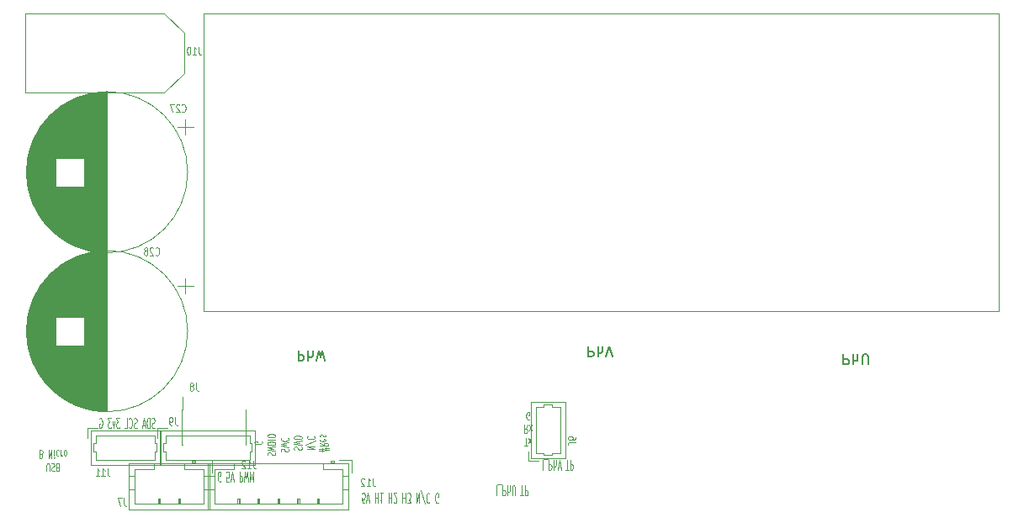
<source format=gbr>
G04 #@! TF.GenerationSoftware,KiCad,Pcbnew,(5.1.2)-2*
G04 #@! TF.CreationDate,2020-09-08T19:50:00+01:00*
G04 #@! TF.ProjectId,INV_Board,494e565f-426f-4617-9264-2e6b69636164,rev?*
G04 #@! TF.SameCoordinates,Original*
G04 #@! TF.FileFunction,Legend,Bot*
G04 #@! TF.FilePolarity,Positive*
%FSLAX46Y46*%
G04 Gerber Fmt 4.6, Leading zero omitted, Abs format (unit mm)*
G04 Created by KiCad (PCBNEW (5.1.2)-2) date 2020-09-08 19:50:00*
%MOMM*%
%LPD*%
G04 APERTURE LIST*
%ADD10C,0.125000*%
%ADD11C,0.150000*%
%ADD12C,0.120000*%
G04 APERTURE END LIST*
D10*
X42169047Y-74100595D02*
X42169047Y-73452976D01*
X42192857Y-73376785D01*
X42216666Y-73338690D01*
X42264285Y-73300595D01*
X42359523Y-73300595D01*
X42407142Y-73338690D01*
X42430952Y-73376785D01*
X42454761Y-73452976D01*
X42454761Y-74100595D01*
X42669047Y-73338690D02*
X42740476Y-73300595D01*
X42859523Y-73300595D01*
X42907142Y-73338690D01*
X42930952Y-73376785D01*
X42954761Y-73452976D01*
X42954761Y-73529166D01*
X42930952Y-73605357D01*
X42907142Y-73643452D01*
X42859523Y-73681547D01*
X42764285Y-73719642D01*
X42716666Y-73757738D01*
X42692857Y-73795833D01*
X42669047Y-73872023D01*
X42669047Y-73948214D01*
X42692857Y-74024404D01*
X42716666Y-74062500D01*
X42764285Y-74100595D01*
X42883333Y-74100595D01*
X42954761Y-74062500D01*
X43335714Y-73719642D02*
X43407142Y-73681547D01*
X43430952Y-73643452D01*
X43454761Y-73567261D01*
X43454761Y-73452976D01*
X43430952Y-73376785D01*
X43407142Y-73338690D01*
X43359523Y-73300595D01*
X43169047Y-73300595D01*
X43169047Y-74100595D01*
X43335714Y-74100595D01*
X43383333Y-74062500D01*
X43407142Y-74024404D01*
X43430952Y-73948214D01*
X43430952Y-73872023D01*
X43407142Y-73795833D01*
X43383333Y-73757738D01*
X43335714Y-73719642D01*
X43169047Y-73719642D01*
X41645238Y-72394642D02*
X41716666Y-72356547D01*
X41740476Y-72318452D01*
X41764285Y-72242261D01*
X41764285Y-72127976D01*
X41740476Y-72051785D01*
X41716666Y-72013690D01*
X41669047Y-71975595D01*
X41478571Y-71975595D01*
X41478571Y-72775595D01*
X41645238Y-72775595D01*
X41692857Y-72737500D01*
X41716666Y-72699404D01*
X41740476Y-72623214D01*
X41740476Y-72547023D01*
X41716666Y-72470833D01*
X41692857Y-72432738D01*
X41645238Y-72394642D01*
X41478571Y-72394642D01*
X42359523Y-71975595D02*
X42359523Y-72775595D01*
X42526190Y-72204166D01*
X42692857Y-72775595D01*
X42692857Y-71975595D01*
X42930952Y-71975595D02*
X42930952Y-72508928D01*
X42930952Y-72775595D02*
X42907142Y-72737500D01*
X42930952Y-72699404D01*
X42954761Y-72737500D01*
X42930952Y-72775595D01*
X42930952Y-72699404D01*
X43383333Y-72013690D02*
X43335714Y-71975595D01*
X43240476Y-71975595D01*
X43192857Y-72013690D01*
X43169047Y-72051785D01*
X43145238Y-72127976D01*
X43145238Y-72356547D01*
X43169047Y-72432738D01*
X43192857Y-72470833D01*
X43240476Y-72508928D01*
X43335714Y-72508928D01*
X43383333Y-72470833D01*
X43597619Y-71975595D02*
X43597619Y-72508928D01*
X43597619Y-72356547D02*
X43621428Y-72432738D01*
X43645238Y-72470833D01*
X43692857Y-72508928D01*
X43740476Y-72508928D01*
X43978571Y-71975595D02*
X43930952Y-72013690D01*
X43907142Y-72051785D01*
X43883333Y-72127976D01*
X43883333Y-72356547D01*
X43907142Y-72432738D01*
X43930952Y-72470833D01*
X43978571Y-72508928D01*
X44050000Y-72508928D01*
X44097619Y-72470833D01*
X44121428Y-72432738D01*
X44145238Y-72356547D01*
X44145238Y-72127976D01*
X44121428Y-72051785D01*
X44097619Y-72013690D01*
X44050000Y-71975595D01*
X43978571Y-71975595D01*
D11*
X67514285Y-61947619D02*
X67514285Y-62947619D01*
X67895238Y-62947619D01*
X67990476Y-62900000D01*
X68038095Y-62852380D01*
X68085714Y-62757142D01*
X68085714Y-62614285D01*
X68038095Y-62519047D01*
X67990476Y-62471428D01*
X67895238Y-62423809D01*
X67514285Y-62423809D01*
X68514285Y-61947619D02*
X68514285Y-62947619D01*
X68942857Y-61947619D02*
X68942857Y-62471428D01*
X68895238Y-62566666D01*
X68800000Y-62614285D01*
X68657142Y-62614285D01*
X68561904Y-62566666D01*
X68514285Y-62519047D01*
X69323809Y-62947619D02*
X69561904Y-61947619D01*
X69752380Y-62661904D01*
X69942857Y-61947619D01*
X70180952Y-62947619D01*
X96657142Y-61547619D02*
X96657142Y-62547619D01*
X97038095Y-62547619D01*
X97133333Y-62500000D01*
X97180952Y-62452380D01*
X97228571Y-62357142D01*
X97228571Y-62214285D01*
X97180952Y-62119047D01*
X97133333Y-62071428D01*
X97038095Y-62023809D01*
X96657142Y-62023809D01*
X97657142Y-61547619D02*
X97657142Y-62547619D01*
X98085714Y-61547619D02*
X98085714Y-62071428D01*
X98038095Y-62166666D01*
X97942857Y-62214285D01*
X97800000Y-62214285D01*
X97704761Y-62166666D01*
X97657142Y-62119047D01*
X98419047Y-62547619D02*
X98752380Y-61547619D01*
X99085714Y-62547619D01*
X122361904Y-62347619D02*
X122361904Y-63347619D01*
X122742857Y-63347619D01*
X122838095Y-63300000D01*
X122885714Y-63252380D01*
X122933333Y-63157142D01*
X122933333Y-63014285D01*
X122885714Y-62919047D01*
X122838095Y-62871428D01*
X122742857Y-62823809D01*
X122361904Y-62823809D01*
X123361904Y-62347619D02*
X123361904Y-63347619D01*
X123790476Y-62347619D02*
X123790476Y-62871428D01*
X123742857Y-62966666D01*
X123647619Y-63014285D01*
X123504761Y-63014285D01*
X123409523Y-62966666D01*
X123361904Y-62919047D01*
X124266666Y-63347619D02*
X124266666Y-62538095D01*
X124314285Y-62442857D01*
X124361904Y-62395238D01*
X124457142Y-62347619D01*
X124647619Y-62347619D01*
X124742857Y-62395238D01*
X124790476Y-62442857D01*
X124838095Y-62538095D01*
X124838095Y-63347619D01*
D10*
X87440476Y-75547619D02*
X87440476Y-76547619D01*
X87559523Y-75452380D02*
X87940476Y-75452380D01*
X88059523Y-75547619D02*
X88059523Y-76547619D01*
X88250000Y-76547619D01*
X88297619Y-76500000D01*
X88321428Y-76452380D01*
X88345238Y-76357142D01*
X88345238Y-76214285D01*
X88321428Y-76119047D01*
X88297619Y-76071428D01*
X88250000Y-76023809D01*
X88059523Y-76023809D01*
X88559523Y-75547619D02*
X88559523Y-76547619D01*
X88773809Y-75547619D02*
X88773809Y-76071428D01*
X88750000Y-76166666D01*
X88702380Y-76214285D01*
X88630952Y-76214285D01*
X88583333Y-76166666D01*
X88559523Y-76119047D01*
X89011904Y-76547619D02*
X89011904Y-75738095D01*
X89035714Y-75642857D01*
X89059523Y-75595238D01*
X89107142Y-75547619D01*
X89202380Y-75547619D01*
X89250000Y-75595238D01*
X89273809Y-75642857D01*
X89297619Y-75738095D01*
X89297619Y-76547619D01*
X89845238Y-76547619D02*
X90130952Y-76547619D01*
X89988095Y-75547619D02*
X89988095Y-76547619D01*
X90297619Y-75547619D02*
X90297619Y-76547619D01*
X90488095Y-76547619D01*
X90535714Y-76500000D01*
X90559523Y-76452380D01*
X90583333Y-76357142D01*
X90583333Y-76214285D01*
X90559523Y-76119047D01*
X90535714Y-76071428D01*
X90488095Y-76023809D01*
X90297619Y-76023809D01*
X92088095Y-72947619D02*
X92088095Y-73947619D01*
X92207142Y-72852380D02*
X92588095Y-72852380D01*
X92707142Y-72947619D02*
X92707142Y-73947619D01*
X92897619Y-73947619D01*
X92945238Y-73900000D01*
X92969047Y-73852380D01*
X92992857Y-73757142D01*
X92992857Y-73614285D01*
X92969047Y-73519047D01*
X92945238Y-73471428D01*
X92897619Y-73423809D01*
X92707142Y-73423809D01*
X93207142Y-72947619D02*
X93207142Y-73947619D01*
X93421428Y-72947619D02*
X93421428Y-73471428D01*
X93397619Y-73566666D01*
X93350000Y-73614285D01*
X93278571Y-73614285D01*
X93230952Y-73566666D01*
X93207142Y-73519047D01*
X93588095Y-73947619D02*
X93754761Y-72947619D01*
X93921428Y-73947619D01*
X94397619Y-73947619D02*
X94683333Y-73947619D01*
X94540476Y-72947619D02*
X94540476Y-73947619D01*
X94850000Y-72947619D02*
X94850000Y-73947619D01*
X95040476Y-73947619D01*
X95088095Y-73900000D01*
X95111904Y-73852380D01*
X95135714Y-73757142D01*
X95135714Y-73614285D01*
X95111904Y-73519047D01*
X95088095Y-73471428D01*
X95040476Y-73423809D01*
X94850000Y-73423809D01*
X90254761Y-71563095D02*
X90540476Y-71563095D01*
X90397619Y-70763095D02*
X90397619Y-71563095D01*
X90659523Y-70763095D02*
X90921428Y-71296428D01*
X90659523Y-71296428D02*
X90921428Y-70763095D01*
X90552380Y-69438095D02*
X90385714Y-69819047D01*
X90266666Y-69438095D02*
X90266666Y-70238095D01*
X90457142Y-70238095D01*
X90504761Y-70200000D01*
X90528571Y-70161904D01*
X90552380Y-70085714D01*
X90552380Y-69971428D01*
X90528571Y-69895238D01*
X90504761Y-69857142D01*
X90457142Y-69819047D01*
X90266666Y-69819047D01*
X90719047Y-69438095D02*
X90980952Y-69971428D01*
X90719047Y-69971428D02*
X90980952Y-69438095D01*
X90730952Y-68875000D02*
X90683333Y-68913095D01*
X90611904Y-68913095D01*
X90540476Y-68875000D01*
X90492857Y-68798809D01*
X90469047Y-68722619D01*
X90445238Y-68570238D01*
X90445238Y-68455952D01*
X90469047Y-68303571D01*
X90492857Y-68227380D01*
X90540476Y-68151190D01*
X90611904Y-68113095D01*
X90659523Y-68113095D01*
X90730952Y-68151190D01*
X90754761Y-68189285D01*
X90754761Y-68455952D01*
X90659523Y-68455952D01*
X70233928Y-72071428D02*
X70233928Y-71714285D01*
X70576785Y-71928571D02*
X69548214Y-72071428D01*
X69891071Y-71761904D02*
X69891071Y-72119047D01*
X69548214Y-71904761D02*
X70576785Y-71761904D01*
X69700595Y-71261904D02*
X70081547Y-71428571D01*
X69700595Y-71547619D02*
X70500595Y-71547619D01*
X70500595Y-71357142D01*
X70462500Y-71309523D01*
X70424404Y-71285714D01*
X70348214Y-71261904D01*
X70233928Y-71261904D01*
X70157738Y-71285714D01*
X70119642Y-71309523D01*
X70081547Y-71357142D01*
X70081547Y-71547619D01*
X69738690Y-70857142D02*
X69700595Y-70904761D01*
X69700595Y-71000000D01*
X69738690Y-71047619D01*
X69814880Y-71071428D01*
X70119642Y-71071428D01*
X70195833Y-71047619D01*
X70233928Y-71000000D01*
X70233928Y-70904761D01*
X70195833Y-70857142D01*
X70119642Y-70833333D01*
X70043452Y-70833333D01*
X69967261Y-71071428D01*
X69738690Y-70642857D02*
X69700595Y-70595238D01*
X69700595Y-70500000D01*
X69738690Y-70452380D01*
X69814880Y-70428571D01*
X69852976Y-70428571D01*
X69929166Y-70452380D01*
X69967261Y-70500000D01*
X69967261Y-70571428D01*
X70005357Y-70619047D01*
X70081547Y-70642857D01*
X70119642Y-70642857D01*
X70195833Y-70619047D01*
X70233928Y-70571428D01*
X70233928Y-70500000D01*
X70195833Y-70452380D01*
X68375595Y-71904761D02*
X69175595Y-71904761D01*
X68375595Y-71619047D01*
X69175595Y-71619047D01*
X69213690Y-71023809D02*
X68185119Y-71452380D01*
X68451785Y-70571428D02*
X68413690Y-70595238D01*
X68375595Y-70666666D01*
X68375595Y-70714285D01*
X68413690Y-70785714D01*
X68489880Y-70833333D01*
X68566071Y-70857142D01*
X68718452Y-70880952D01*
X68832738Y-70880952D01*
X68985119Y-70857142D01*
X69061309Y-70833333D01*
X69137500Y-70785714D01*
X69175595Y-70714285D01*
X69175595Y-70666666D01*
X69137500Y-70595238D01*
X69099404Y-70571428D01*
X67088690Y-71940476D02*
X67050595Y-71869047D01*
X67050595Y-71750000D01*
X67088690Y-71702380D01*
X67126785Y-71678571D01*
X67202976Y-71654761D01*
X67279166Y-71654761D01*
X67355357Y-71678571D01*
X67393452Y-71702380D01*
X67431547Y-71750000D01*
X67469642Y-71845238D01*
X67507738Y-71892857D01*
X67545833Y-71916666D01*
X67622023Y-71940476D01*
X67698214Y-71940476D01*
X67774404Y-71916666D01*
X67812500Y-71892857D01*
X67850595Y-71845238D01*
X67850595Y-71726190D01*
X67812500Y-71654761D01*
X67850595Y-71488095D02*
X67050595Y-71369047D01*
X67622023Y-71273809D01*
X67050595Y-71178571D01*
X67850595Y-71059523D01*
X67850595Y-70773809D02*
X67850595Y-70678571D01*
X67812500Y-70630952D01*
X67736309Y-70583333D01*
X67583928Y-70559523D01*
X67317261Y-70559523D01*
X67164880Y-70583333D01*
X67088690Y-70630952D01*
X67050595Y-70678571D01*
X67050595Y-70773809D01*
X67088690Y-70821428D01*
X67164880Y-70869047D01*
X67317261Y-70892857D01*
X67583928Y-70892857D01*
X67736309Y-70869047D01*
X67812500Y-70821428D01*
X67850595Y-70773809D01*
X65763690Y-72119047D02*
X65725595Y-72047619D01*
X65725595Y-71928571D01*
X65763690Y-71880952D01*
X65801785Y-71857142D01*
X65877976Y-71833333D01*
X65954166Y-71833333D01*
X66030357Y-71857142D01*
X66068452Y-71880952D01*
X66106547Y-71928571D01*
X66144642Y-72023809D01*
X66182738Y-72071428D01*
X66220833Y-72095238D01*
X66297023Y-72119047D01*
X66373214Y-72119047D01*
X66449404Y-72095238D01*
X66487500Y-72071428D01*
X66525595Y-72023809D01*
X66525595Y-71904761D01*
X66487500Y-71833333D01*
X66525595Y-71666666D02*
X65725595Y-71547619D01*
X66297023Y-71452380D01*
X65725595Y-71357142D01*
X66525595Y-71238095D01*
X65801785Y-70761904D02*
X65763690Y-70785714D01*
X65725595Y-70857142D01*
X65725595Y-70904761D01*
X65763690Y-70976190D01*
X65839880Y-71023809D01*
X65916071Y-71047619D01*
X66068452Y-71071428D01*
X66182738Y-71071428D01*
X66335119Y-71047619D01*
X66411309Y-71023809D01*
X66487500Y-70976190D01*
X66525595Y-70904761D01*
X66525595Y-70857142D01*
X66487500Y-70785714D01*
X66449404Y-70761904D01*
X64438690Y-72500000D02*
X64400595Y-72428571D01*
X64400595Y-72309523D01*
X64438690Y-72261904D01*
X64476785Y-72238095D01*
X64552976Y-72214285D01*
X64629166Y-72214285D01*
X64705357Y-72238095D01*
X64743452Y-72261904D01*
X64781547Y-72309523D01*
X64819642Y-72404761D01*
X64857738Y-72452380D01*
X64895833Y-72476190D01*
X64972023Y-72500000D01*
X65048214Y-72500000D01*
X65124404Y-72476190D01*
X65162500Y-72452380D01*
X65200595Y-72404761D01*
X65200595Y-72285714D01*
X65162500Y-72214285D01*
X65200595Y-72047619D02*
X64400595Y-71928571D01*
X64972023Y-71833333D01*
X64400595Y-71738095D01*
X65200595Y-71619047D01*
X64400595Y-71428571D02*
X65200595Y-71428571D01*
X65200595Y-71309523D01*
X65162500Y-71238095D01*
X65086309Y-71190476D01*
X65010119Y-71166666D01*
X64857738Y-71142857D01*
X64743452Y-71142857D01*
X64591071Y-71166666D01*
X64514880Y-71190476D01*
X64438690Y-71238095D01*
X64400595Y-71309523D01*
X64400595Y-71428571D01*
X64400595Y-70928571D02*
X65200595Y-70928571D01*
X65200595Y-70595238D02*
X65200595Y-70500000D01*
X65162500Y-70452380D01*
X65086309Y-70404761D01*
X64933928Y-70380952D01*
X64667261Y-70380952D01*
X64514880Y-70404761D01*
X64438690Y-70452380D01*
X64400595Y-70500000D01*
X64400595Y-70595238D01*
X64438690Y-70642857D01*
X64514880Y-70690476D01*
X64667261Y-70714285D01*
X64933928Y-70714285D01*
X65086309Y-70690476D01*
X65162500Y-70642857D01*
X65200595Y-70595238D01*
X63837500Y-71119047D02*
X63875595Y-71166666D01*
X63875595Y-71238095D01*
X63837500Y-71309523D01*
X63761309Y-71357142D01*
X63685119Y-71380952D01*
X63532738Y-71404761D01*
X63418452Y-71404761D01*
X63266071Y-71380952D01*
X63189880Y-71357142D01*
X63113690Y-71309523D01*
X63075595Y-71238095D01*
X63075595Y-71190476D01*
X63113690Y-71119047D01*
X63151785Y-71095238D01*
X63418452Y-71095238D01*
X63418452Y-71190476D01*
X53035714Y-69717261D02*
X52964285Y-69764880D01*
X52845238Y-69764880D01*
X52797619Y-69717261D01*
X52773809Y-69669642D01*
X52750000Y-69574404D01*
X52750000Y-69479166D01*
X52773809Y-69383928D01*
X52797619Y-69336309D01*
X52845238Y-69288690D01*
X52940476Y-69241071D01*
X52988095Y-69193452D01*
X53011904Y-69145833D01*
X53035714Y-69050595D01*
X53035714Y-68955357D01*
X53011904Y-68860119D01*
X52988095Y-68812500D01*
X52940476Y-68764880D01*
X52821428Y-68764880D01*
X52750000Y-68812500D01*
X52535714Y-69764880D02*
X52535714Y-68764880D01*
X52416666Y-68764880D01*
X52345238Y-68812500D01*
X52297619Y-68907738D01*
X52273809Y-69002976D01*
X52250000Y-69193452D01*
X52250000Y-69336309D01*
X52273809Y-69526785D01*
X52297619Y-69622023D01*
X52345238Y-69717261D01*
X52416666Y-69764880D01*
X52535714Y-69764880D01*
X52059523Y-69479166D02*
X51821428Y-69479166D01*
X52107142Y-69764880D02*
X51940476Y-68764880D01*
X51773809Y-69764880D01*
X51250000Y-69717261D02*
X51178571Y-69764880D01*
X51059523Y-69764880D01*
X51011904Y-69717261D01*
X50988095Y-69669642D01*
X50964285Y-69574404D01*
X50964285Y-69479166D01*
X50988095Y-69383928D01*
X51011904Y-69336309D01*
X51059523Y-69288690D01*
X51154761Y-69241071D01*
X51202380Y-69193452D01*
X51226190Y-69145833D01*
X51250000Y-69050595D01*
X51250000Y-68955357D01*
X51226190Y-68860119D01*
X51202380Y-68812500D01*
X51154761Y-68764880D01*
X51035714Y-68764880D01*
X50964285Y-68812500D01*
X50464285Y-69669642D02*
X50488095Y-69717261D01*
X50559523Y-69764880D01*
X50607142Y-69764880D01*
X50678571Y-69717261D01*
X50726190Y-69622023D01*
X50750000Y-69526785D01*
X50773809Y-69336309D01*
X50773809Y-69193452D01*
X50750000Y-69002976D01*
X50726190Y-68907738D01*
X50678571Y-68812500D01*
X50607142Y-68764880D01*
X50559523Y-68764880D01*
X50488095Y-68812500D01*
X50464285Y-68860119D01*
X50011904Y-69764880D02*
X50250000Y-69764880D01*
X50250000Y-68764880D01*
X49511904Y-68764880D02*
X49202380Y-68764880D01*
X49369047Y-69145833D01*
X49297619Y-69145833D01*
X49250000Y-69193452D01*
X49226190Y-69241071D01*
X49202380Y-69336309D01*
X49202380Y-69574404D01*
X49226190Y-69669642D01*
X49250000Y-69717261D01*
X49297619Y-69764880D01*
X49440476Y-69764880D01*
X49488095Y-69717261D01*
X49511904Y-69669642D01*
X49035714Y-69098214D02*
X48916666Y-69764880D01*
X48797619Y-69098214D01*
X48654761Y-68764880D02*
X48345238Y-68764880D01*
X48511904Y-69145833D01*
X48440476Y-69145833D01*
X48392857Y-69193452D01*
X48369047Y-69241071D01*
X48345238Y-69336309D01*
X48345238Y-69574404D01*
X48369047Y-69669642D01*
X48392857Y-69717261D01*
X48440476Y-69764880D01*
X48583333Y-69764880D01*
X48630952Y-69717261D01*
X48654761Y-69669642D01*
X47488095Y-68812500D02*
X47535714Y-68764880D01*
X47607142Y-68764880D01*
X47678571Y-68812500D01*
X47726190Y-68907738D01*
X47750000Y-69002976D01*
X47773809Y-69193452D01*
X47773809Y-69336309D01*
X47750000Y-69526785D01*
X47726190Y-69622023D01*
X47678571Y-69717261D01*
X47607142Y-69764880D01*
X47559523Y-69764880D01*
X47488095Y-69717261D01*
X47464285Y-69669642D01*
X47464285Y-69336309D01*
X47559523Y-69336309D01*
X59676190Y-75100000D02*
X59628571Y-75147619D01*
X59557142Y-75147619D01*
X59485714Y-75100000D01*
X59438095Y-75004761D01*
X59414285Y-74909523D01*
X59390476Y-74719047D01*
X59390476Y-74576190D01*
X59414285Y-74385714D01*
X59438095Y-74290476D01*
X59485714Y-74195238D01*
X59557142Y-74147619D01*
X59604761Y-74147619D01*
X59676190Y-74195238D01*
X59700000Y-74242857D01*
X59700000Y-74576190D01*
X59604761Y-74576190D01*
X60533333Y-75147619D02*
X60295238Y-75147619D01*
X60271428Y-74671428D01*
X60295238Y-74719047D01*
X60342857Y-74766666D01*
X60461904Y-74766666D01*
X60509523Y-74719047D01*
X60533333Y-74671428D01*
X60557142Y-74576190D01*
X60557142Y-74338095D01*
X60533333Y-74242857D01*
X60509523Y-74195238D01*
X60461904Y-74147619D01*
X60342857Y-74147619D01*
X60295238Y-74195238D01*
X60271428Y-74242857D01*
X60700000Y-75147619D02*
X60866666Y-74147619D01*
X61033333Y-75147619D01*
X61580952Y-74147619D02*
X61580952Y-75147619D01*
X61771428Y-75147619D01*
X61819047Y-75100000D01*
X61842857Y-75052380D01*
X61866666Y-74957142D01*
X61866666Y-74814285D01*
X61842857Y-74719047D01*
X61819047Y-74671428D01*
X61771428Y-74623809D01*
X61580952Y-74623809D01*
X62033333Y-75147619D02*
X62152380Y-74147619D01*
X62247619Y-74861904D01*
X62342857Y-74147619D01*
X62461904Y-75147619D01*
X62652380Y-74147619D02*
X62652380Y-75147619D01*
X62819047Y-74433333D01*
X62985714Y-75147619D01*
X62985714Y-74147619D01*
X74178571Y-77297619D02*
X73940476Y-77297619D01*
X73916666Y-76821428D01*
X73940476Y-76869047D01*
X73988095Y-76916666D01*
X74107142Y-76916666D01*
X74154761Y-76869047D01*
X74178571Y-76821428D01*
X74202380Y-76726190D01*
X74202380Y-76488095D01*
X74178571Y-76392857D01*
X74154761Y-76345238D01*
X74107142Y-76297619D01*
X73988095Y-76297619D01*
X73940476Y-76345238D01*
X73916666Y-76392857D01*
X74345238Y-77297619D02*
X74511904Y-76297619D01*
X74678571Y-77297619D01*
X75226190Y-76297619D02*
X75226190Y-77297619D01*
X75226190Y-76821428D02*
X75511904Y-76821428D01*
X75511904Y-76297619D02*
X75511904Y-77297619D01*
X76011904Y-76297619D02*
X75726190Y-76297619D01*
X75869047Y-76297619D02*
X75869047Y-77297619D01*
X75821428Y-77154761D01*
X75773809Y-77059523D01*
X75726190Y-77011904D01*
X76607142Y-76297619D02*
X76607142Y-77297619D01*
X76607142Y-76821428D02*
X76892857Y-76821428D01*
X76892857Y-76297619D02*
X76892857Y-77297619D01*
X77107142Y-77202380D02*
X77130952Y-77250000D01*
X77178571Y-77297619D01*
X77297619Y-77297619D01*
X77345238Y-77250000D01*
X77369047Y-77202380D01*
X77392857Y-77107142D01*
X77392857Y-77011904D01*
X77369047Y-76869047D01*
X77083333Y-76297619D01*
X77392857Y-76297619D01*
X77988095Y-76297619D02*
X77988095Y-77297619D01*
X77988095Y-76821428D02*
X78273809Y-76821428D01*
X78273809Y-76297619D02*
X78273809Y-77297619D01*
X78464285Y-77297619D02*
X78773809Y-77297619D01*
X78607142Y-76916666D01*
X78678571Y-76916666D01*
X78726190Y-76869047D01*
X78750000Y-76821428D01*
X78773809Y-76726190D01*
X78773809Y-76488095D01*
X78750000Y-76392857D01*
X78726190Y-76345238D01*
X78678571Y-76297619D01*
X78535714Y-76297619D01*
X78488095Y-76345238D01*
X78464285Y-76392857D01*
X79369047Y-76297619D02*
X79369047Y-77297619D01*
X79654761Y-76297619D01*
X79654761Y-77297619D01*
X80250000Y-77345238D02*
X79821428Y-76059523D01*
X80702380Y-76392857D02*
X80678571Y-76345238D01*
X80607142Y-76297619D01*
X80559523Y-76297619D01*
X80488095Y-76345238D01*
X80440476Y-76440476D01*
X80416666Y-76535714D01*
X80392857Y-76726190D01*
X80392857Y-76869047D01*
X80416666Y-77059523D01*
X80440476Y-77154761D01*
X80488095Y-77250000D01*
X80559523Y-77297619D01*
X80607142Y-77297619D01*
X80678571Y-77250000D01*
X80702380Y-77202380D01*
X81559523Y-77250000D02*
X81511904Y-77297619D01*
X81440476Y-77297619D01*
X81369047Y-77250000D01*
X81321428Y-77154761D01*
X81297619Y-77059523D01*
X81273809Y-76869047D01*
X81273809Y-76726190D01*
X81297619Y-76535714D01*
X81321428Y-76440476D01*
X81369047Y-76345238D01*
X81440476Y-76297619D01*
X81488095Y-76297619D01*
X81559523Y-76345238D01*
X81583333Y-76392857D01*
X81583333Y-76726190D01*
X81488095Y-76726190D01*
D12*
X58000000Y-28000000D02*
X138000000Y-28000000D01*
X58000000Y-58000000D02*
X58000000Y-28000000D01*
X138000000Y-58000000D02*
X58000000Y-58000000D01*
X138000000Y-28000000D02*
X138000000Y-58000000D01*
X62170000Y-71465000D02*
X62235000Y-71465000D01*
X62170000Y-67935000D02*
X62235000Y-67935000D01*
X55765000Y-71465000D02*
X55830000Y-71465000D01*
X55765000Y-67935000D02*
X55830000Y-67935000D01*
X55830000Y-66610000D02*
X55830000Y-67935000D01*
X62235000Y-67935000D02*
X62235000Y-71465000D01*
X55765000Y-67935000D02*
X55765000Y-71465000D01*
X46300000Y-69750000D02*
X47300000Y-69750000D01*
X46300000Y-69750000D02*
X46300000Y-70750000D01*
X53050000Y-72950000D02*
X50075000Y-72950000D01*
X53050000Y-72100000D02*
X53050000Y-72950000D01*
X53250000Y-72100000D02*
X53050000Y-72100000D01*
X53250000Y-71300000D02*
X53250000Y-72100000D01*
X53050000Y-71300000D02*
X53250000Y-71300000D01*
X53050000Y-70550000D02*
X53050000Y-71300000D01*
X50075000Y-70550000D02*
X53050000Y-70550000D01*
X47100000Y-72950000D02*
X50075000Y-72950000D01*
X47100000Y-72100000D02*
X47100000Y-72950000D01*
X46900000Y-72100000D02*
X47100000Y-72100000D01*
X46900000Y-71300000D02*
X46900000Y-72100000D01*
X47100000Y-71300000D02*
X46900000Y-71300000D01*
X47100000Y-70550000D02*
X47100000Y-71300000D01*
X50075000Y-70550000D02*
X47100000Y-70550000D01*
X53560000Y-73460000D02*
X46590000Y-73460000D01*
X53560000Y-70040000D02*
X53560000Y-73460000D01*
X46590000Y-70040000D02*
X53560000Y-70040000D01*
X46590000Y-73460000D02*
X46590000Y-70040000D01*
X40000000Y-28000000D02*
X54000000Y-28000000D01*
X40000000Y-36000000D02*
X40000000Y-28000000D01*
X54000000Y-36000000D02*
X40000000Y-36000000D01*
X56000000Y-34000000D02*
X54000000Y-36000000D01*
X56000000Y-30000000D02*
X56000000Y-34000000D01*
X54000000Y-28000000D02*
X56000000Y-30000000D01*
X56139491Y-54645000D02*
X56139491Y-56245000D01*
X56939491Y-55445000D02*
X55339491Y-55445000D01*
X40169000Y-59235000D02*
X40169000Y-60765000D01*
X40209000Y-58902000D02*
X40209000Y-61098000D01*
X40249000Y-58649000D02*
X40249000Y-61351000D01*
X40289000Y-58436000D02*
X40289000Y-61564000D01*
X40329000Y-58248000D02*
X40329000Y-61752000D01*
X40369000Y-58080000D02*
X40369000Y-61920000D01*
X40409000Y-57926000D02*
X40409000Y-62074000D01*
X40449000Y-57782000D02*
X40449000Y-62218000D01*
X40489000Y-57649000D02*
X40489000Y-62351000D01*
X40529000Y-57522000D02*
X40529000Y-62478000D01*
X40569000Y-57403000D02*
X40569000Y-62597000D01*
X40609000Y-57289000D02*
X40609000Y-62711000D01*
X40649000Y-57180000D02*
X40649000Y-62820000D01*
X40689000Y-57076000D02*
X40689000Y-62924000D01*
X40729000Y-56976000D02*
X40729000Y-63024000D01*
X40769000Y-56880000D02*
X40769000Y-63120000D01*
X40809000Y-56787000D02*
X40809000Y-63213000D01*
X40849000Y-56697000D02*
X40849000Y-63303000D01*
X40889000Y-56610000D02*
X40889000Y-63390000D01*
X40929000Y-56525000D02*
X40929000Y-63475000D01*
X40969000Y-56443000D02*
X40969000Y-63557000D01*
X41009000Y-56363000D02*
X41009000Y-63637000D01*
X41049000Y-56285000D02*
X41049000Y-63715000D01*
X41089000Y-56210000D02*
X41089000Y-63790000D01*
X41129000Y-56136000D02*
X41129000Y-63864000D01*
X41169000Y-56064000D02*
X41169000Y-63936000D01*
X41209000Y-55993000D02*
X41209000Y-64007000D01*
X41249000Y-55924000D02*
X41249000Y-64076000D01*
X41289000Y-55857000D02*
X41289000Y-64143000D01*
X41329000Y-55791000D02*
X41329000Y-64209000D01*
X41369000Y-55727000D02*
X41369000Y-64273000D01*
X41409000Y-55664000D02*
X41409000Y-64336000D01*
X41449000Y-55602000D02*
X41449000Y-64398000D01*
X41489000Y-55541000D02*
X41489000Y-64459000D01*
X41529000Y-55481000D02*
X41529000Y-64519000D01*
X41569000Y-55423000D02*
X41569000Y-64577000D01*
X41609000Y-55366000D02*
X41609000Y-64634000D01*
X41649000Y-55309000D02*
X41649000Y-64691000D01*
X41689000Y-55254000D02*
X41689000Y-64746000D01*
X41729000Y-55200000D02*
X41729000Y-64800000D01*
X41769000Y-55146000D02*
X41769000Y-64854000D01*
X41809000Y-55094000D02*
X41809000Y-64906000D01*
X41849000Y-55042000D02*
X41849000Y-64958000D01*
X41889000Y-54991000D02*
X41889000Y-65009000D01*
X41929000Y-54941000D02*
X41929000Y-65059000D01*
X41969000Y-54892000D02*
X41969000Y-65108000D01*
X42009000Y-54844000D02*
X42009000Y-65156000D01*
X42049000Y-54796000D02*
X42049000Y-65204000D01*
X42089000Y-54749000D02*
X42089000Y-65251000D01*
X42129000Y-54703000D02*
X42129000Y-65297000D01*
X42169000Y-54657000D02*
X42169000Y-65343000D01*
X42209000Y-54612000D02*
X42209000Y-65388000D01*
X42249000Y-54568000D02*
X42249000Y-65432000D01*
X42289000Y-54525000D02*
X42289000Y-65475000D01*
X42329000Y-54482000D02*
X42329000Y-65518000D01*
X42369000Y-54440000D02*
X42369000Y-65560000D01*
X42409000Y-54398000D02*
X42409000Y-65602000D01*
X42449000Y-54357000D02*
X42449000Y-65643000D01*
X42489000Y-54316000D02*
X42489000Y-65684000D01*
X42529000Y-54276000D02*
X42529000Y-65724000D01*
X42569000Y-54237000D02*
X42569000Y-65763000D01*
X42609000Y-54198000D02*
X42609000Y-65802000D01*
X42649000Y-54160000D02*
X42649000Y-65840000D01*
X42689000Y-54122000D02*
X42689000Y-65878000D01*
X42729000Y-54084000D02*
X42729000Y-65916000D01*
X42769000Y-54048000D02*
X42769000Y-65952000D01*
X42809000Y-54011000D02*
X42809000Y-65989000D01*
X42849000Y-53975000D02*
X42849000Y-66025000D01*
X42889000Y-53940000D02*
X42889000Y-66060000D01*
X42929000Y-53905000D02*
X42929000Y-66095000D01*
X42969000Y-53871000D02*
X42969000Y-66129000D01*
X43009000Y-53837000D02*
X43009000Y-66163000D01*
X43049000Y-53803000D02*
X43049000Y-66197000D01*
X43089000Y-61440000D02*
X43089000Y-66230000D01*
X43089000Y-53770000D02*
X43089000Y-58560000D01*
X43129000Y-61440000D02*
X43129000Y-66263000D01*
X43129000Y-53737000D02*
X43129000Y-58560000D01*
X43169000Y-61440000D02*
X43169000Y-66295000D01*
X43169000Y-53705000D02*
X43169000Y-58560000D01*
X43209000Y-61440000D02*
X43209000Y-66327000D01*
X43209000Y-53673000D02*
X43209000Y-58560000D01*
X43249000Y-61440000D02*
X43249000Y-66358000D01*
X43249000Y-53642000D02*
X43249000Y-58560000D01*
X43289000Y-61440000D02*
X43289000Y-66390000D01*
X43289000Y-53610000D02*
X43289000Y-58560000D01*
X43329000Y-61440000D02*
X43329000Y-66420000D01*
X43329000Y-53580000D02*
X43329000Y-58560000D01*
X43369000Y-61440000D02*
X43369000Y-66450000D01*
X43369000Y-53550000D02*
X43369000Y-58560000D01*
X43409000Y-61440000D02*
X43409000Y-66480000D01*
X43409000Y-53520000D02*
X43409000Y-58560000D01*
X43449000Y-61440000D02*
X43449000Y-66510000D01*
X43449000Y-53490000D02*
X43449000Y-58560000D01*
X43489000Y-61440000D02*
X43489000Y-66539000D01*
X43489000Y-53461000D02*
X43489000Y-58560000D01*
X43529000Y-61440000D02*
X43529000Y-66568000D01*
X43529000Y-53432000D02*
X43529000Y-58560000D01*
X43569000Y-61440000D02*
X43569000Y-66596000D01*
X43569000Y-53404000D02*
X43569000Y-58560000D01*
X43609000Y-61440000D02*
X43609000Y-66624000D01*
X43609000Y-53376000D02*
X43609000Y-58560000D01*
X43649000Y-61440000D02*
X43649000Y-66652000D01*
X43649000Y-53348000D02*
X43649000Y-58560000D01*
X43689000Y-61440000D02*
X43689000Y-66679000D01*
X43689000Y-53321000D02*
X43689000Y-58560000D01*
X43729000Y-61440000D02*
X43729000Y-66706000D01*
X43729000Y-53294000D02*
X43729000Y-58560000D01*
X43769000Y-61440000D02*
X43769000Y-66733000D01*
X43769000Y-53267000D02*
X43769000Y-58560000D01*
X43809000Y-61440000D02*
X43809000Y-66759000D01*
X43809000Y-53241000D02*
X43809000Y-58560000D01*
X43849000Y-61440000D02*
X43849000Y-66785000D01*
X43849000Y-53215000D02*
X43849000Y-58560000D01*
X43889000Y-61440000D02*
X43889000Y-66811000D01*
X43889000Y-53189000D02*
X43889000Y-58560000D01*
X43929000Y-61440000D02*
X43929000Y-66836000D01*
X43929000Y-53164000D02*
X43929000Y-58560000D01*
X43969000Y-61440000D02*
X43969000Y-66861000D01*
X43969000Y-53139000D02*
X43969000Y-58560000D01*
X44009000Y-61440000D02*
X44009000Y-66886000D01*
X44009000Y-53114000D02*
X44009000Y-58560000D01*
X44049000Y-61440000D02*
X44049000Y-66910000D01*
X44049000Y-53090000D02*
X44049000Y-58560000D01*
X44089000Y-61440000D02*
X44089000Y-66934000D01*
X44089000Y-53066000D02*
X44089000Y-58560000D01*
X44129000Y-61440000D02*
X44129000Y-66958000D01*
X44129000Y-53042000D02*
X44129000Y-58560000D01*
X44169000Y-61440000D02*
X44169000Y-66981000D01*
X44169000Y-53019000D02*
X44169000Y-58560000D01*
X44209000Y-61440000D02*
X44209000Y-67004000D01*
X44209000Y-52996000D02*
X44209000Y-58560000D01*
X44249000Y-61440000D02*
X44249000Y-67027000D01*
X44249000Y-52973000D02*
X44249000Y-58560000D01*
X44289000Y-61440000D02*
X44289000Y-67049000D01*
X44289000Y-52951000D02*
X44289000Y-58560000D01*
X44329000Y-61440000D02*
X44329000Y-67072000D01*
X44329000Y-52928000D02*
X44329000Y-58560000D01*
X44369000Y-61440000D02*
X44369000Y-67094000D01*
X44369000Y-52906000D02*
X44369000Y-58560000D01*
X44409000Y-61440000D02*
X44409000Y-67115000D01*
X44409000Y-52885000D02*
X44409000Y-58560000D01*
X44449000Y-61440000D02*
X44449000Y-67136000D01*
X44449000Y-52864000D02*
X44449000Y-58560000D01*
X44489000Y-61440000D02*
X44489000Y-67157000D01*
X44489000Y-52843000D02*
X44489000Y-58560000D01*
X44529000Y-61440000D02*
X44529000Y-67178000D01*
X44529000Y-52822000D02*
X44529000Y-58560000D01*
X44569000Y-61440000D02*
X44569000Y-67199000D01*
X44569000Y-52801000D02*
X44569000Y-58560000D01*
X44609000Y-61440000D02*
X44609000Y-67219000D01*
X44609000Y-52781000D02*
X44609000Y-58560000D01*
X44649000Y-61440000D02*
X44649000Y-67239000D01*
X44649000Y-52761000D02*
X44649000Y-58560000D01*
X44689000Y-61440000D02*
X44689000Y-67258000D01*
X44689000Y-52742000D02*
X44689000Y-58560000D01*
X44729000Y-61440000D02*
X44729000Y-67278000D01*
X44729000Y-52722000D02*
X44729000Y-58560000D01*
X44769000Y-61440000D02*
X44769000Y-67297000D01*
X44769000Y-52703000D02*
X44769000Y-58560000D01*
X44809000Y-61440000D02*
X44809000Y-67316000D01*
X44809000Y-52684000D02*
X44809000Y-58560000D01*
X44849000Y-61440000D02*
X44849000Y-67334000D01*
X44849000Y-52666000D02*
X44849000Y-58560000D01*
X44889000Y-61440000D02*
X44889000Y-67353000D01*
X44889000Y-52647000D02*
X44889000Y-58560000D01*
X44929000Y-61440000D02*
X44929000Y-67371000D01*
X44929000Y-52629000D02*
X44929000Y-58560000D01*
X44969000Y-61440000D02*
X44969000Y-67389000D01*
X44969000Y-52611000D02*
X44969000Y-58560000D01*
X45009000Y-61440000D02*
X45009000Y-67406000D01*
X45009000Y-52594000D02*
X45009000Y-58560000D01*
X45049000Y-61440000D02*
X45049000Y-67423000D01*
X45049000Y-52577000D02*
X45049000Y-58560000D01*
X45089000Y-61440000D02*
X45089000Y-67440000D01*
X45089000Y-52560000D02*
X45089000Y-58560000D01*
X45129000Y-61440000D02*
X45129000Y-67457000D01*
X45129000Y-52543000D02*
X45129000Y-58560000D01*
X45169000Y-61440000D02*
X45169000Y-67474000D01*
X45169000Y-52526000D02*
X45169000Y-58560000D01*
X45209000Y-61440000D02*
X45209000Y-67490000D01*
X45209000Y-52510000D02*
X45209000Y-58560000D01*
X45249000Y-61440000D02*
X45249000Y-67506000D01*
X45249000Y-52494000D02*
X45249000Y-58560000D01*
X45289000Y-61440000D02*
X45289000Y-67522000D01*
X45289000Y-52478000D02*
X45289000Y-58560000D01*
X45329000Y-61440000D02*
X45329000Y-67537000D01*
X45329000Y-52463000D02*
X45329000Y-58560000D01*
X45369000Y-61440000D02*
X45369000Y-67553000D01*
X45369000Y-52447000D02*
X45369000Y-58560000D01*
X45409000Y-61440000D02*
X45409000Y-67568000D01*
X45409000Y-52432000D02*
X45409000Y-58560000D01*
X45449000Y-61440000D02*
X45449000Y-67582000D01*
X45449000Y-52418000D02*
X45449000Y-58560000D01*
X45489000Y-61440000D02*
X45489000Y-67597000D01*
X45489000Y-52403000D02*
X45489000Y-58560000D01*
X45529000Y-61440000D02*
X45529000Y-67611000D01*
X45529000Y-52389000D02*
X45529000Y-58560000D01*
X45569000Y-61440000D02*
X45569000Y-67625000D01*
X45569000Y-52375000D02*
X45569000Y-58560000D01*
X45609000Y-61440000D02*
X45609000Y-67639000D01*
X45609000Y-52361000D02*
X45609000Y-58560000D01*
X45649000Y-61440000D02*
X45649000Y-67653000D01*
X45649000Y-52347000D02*
X45649000Y-58560000D01*
X45689000Y-61440000D02*
X45689000Y-67666000D01*
X45689000Y-52334000D02*
X45689000Y-58560000D01*
X45729000Y-61440000D02*
X45729000Y-67680000D01*
X45729000Y-52320000D02*
X45729000Y-58560000D01*
X45769000Y-61440000D02*
X45769000Y-67693000D01*
X45769000Y-52307000D02*
X45769000Y-58560000D01*
X45809000Y-61440000D02*
X45809000Y-67705000D01*
X45809000Y-52295000D02*
X45809000Y-58560000D01*
X45849000Y-61440000D02*
X45849000Y-67718000D01*
X45849000Y-52282000D02*
X45849000Y-58560000D01*
X45889000Y-61440000D02*
X45889000Y-67730000D01*
X45889000Y-52270000D02*
X45889000Y-58560000D01*
X45929000Y-61440000D02*
X45929000Y-67742000D01*
X45929000Y-52258000D02*
X45929000Y-58560000D01*
X45969000Y-52246000D02*
X45969000Y-67754000D01*
X46009000Y-52235000D02*
X46009000Y-67765000D01*
X46049000Y-52223000D02*
X46049000Y-67777000D01*
X46089000Y-52212000D02*
X46089000Y-67788000D01*
X46129000Y-52201000D02*
X46129000Y-67799000D01*
X46169000Y-52190000D02*
X46169000Y-67810000D01*
X46209000Y-52180000D02*
X46209000Y-67820000D01*
X46249000Y-52170000D02*
X46249000Y-67830000D01*
X46289000Y-52160000D02*
X46289000Y-67840000D01*
X46329000Y-52150000D02*
X46329000Y-67850000D01*
X46369000Y-52140000D02*
X46369000Y-67860000D01*
X46409000Y-52131000D02*
X46409000Y-67869000D01*
X46449000Y-52122000D02*
X46449000Y-67878000D01*
X46489000Y-52113000D02*
X46489000Y-67887000D01*
X46529000Y-52104000D02*
X46529000Y-67896000D01*
X46569000Y-52095000D02*
X46569000Y-67905000D01*
X46609000Y-52087000D02*
X46609000Y-67913000D01*
X46649000Y-52079000D02*
X46649000Y-67921000D01*
X46689000Y-52071000D02*
X46689000Y-67929000D01*
X46729000Y-52063000D02*
X46729000Y-67937000D01*
X46769000Y-52056000D02*
X46769000Y-67944000D01*
X46809000Y-52048000D02*
X46809000Y-67952000D01*
X46849000Y-52041000D02*
X46849000Y-67959000D01*
X46889000Y-52034000D02*
X46889000Y-67966000D01*
X46929000Y-52028000D02*
X46929000Y-67972000D01*
X46969000Y-52021000D02*
X46969000Y-67979000D01*
X47009000Y-52015000D02*
X47009000Y-67985000D01*
X47049000Y-52009000D02*
X47049000Y-67991000D01*
X47089000Y-52003000D02*
X47089000Y-67997000D01*
X47129000Y-51997000D02*
X47129000Y-68003000D01*
X47169000Y-51992000D02*
X47169000Y-68008000D01*
X47209000Y-51986000D02*
X47209000Y-68014000D01*
X47249000Y-51981000D02*
X47249000Y-68019000D01*
X47289000Y-51976000D02*
X47289000Y-68024000D01*
X47329000Y-51972000D02*
X47329000Y-68028000D01*
X47369000Y-51967000D02*
X47369000Y-68033000D01*
X47409000Y-51963000D02*
X47409000Y-68037000D01*
X47449000Y-51959000D02*
X47449000Y-68041000D01*
X47489000Y-51955000D02*
X47489000Y-68045000D01*
X47529000Y-51951000D02*
X47529000Y-68049000D01*
X47570000Y-51948000D02*
X47570000Y-68052000D01*
X47610000Y-51945000D02*
X47610000Y-68055000D01*
X47650000Y-51942000D02*
X47650000Y-68058000D01*
X47690000Y-51939000D02*
X47690000Y-68061000D01*
X47730000Y-51936000D02*
X47730000Y-68064000D01*
X47770000Y-51934000D02*
X47770000Y-68066000D01*
X47810000Y-51931000D02*
X47810000Y-68069000D01*
X47850000Y-51929000D02*
X47850000Y-68071000D01*
X47890000Y-51927000D02*
X47890000Y-68073000D01*
X47930000Y-51926000D02*
X47930000Y-68074000D01*
X47970000Y-51924000D02*
X47970000Y-68076000D01*
X48010000Y-51923000D02*
X48010000Y-68077000D01*
X48050000Y-51922000D02*
X48050000Y-68078000D01*
X48090000Y-51921000D02*
X48090000Y-68079000D01*
X48130000Y-51920000D02*
X48130000Y-68080000D01*
X48170000Y-51920000D02*
X48170000Y-68080000D01*
X48210000Y-51920000D02*
X48210000Y-68080000D01*
X48250000Y-51919000D02*
X48250000Y-68081000D01*
X56370000Y-60000000D02*
G75*
G03X56370000Y-60000000I-8120000J0D01*
G01*
X56139491Y-38645000D02*
X56139491Y-40245000D01*
X56939491Y-39445000D02*
X55339491Y-39445000D01*
X40169000Y-43235000D02*
X40169000Y-44765000D01*
X40209000Y-42902000D02*
X40209000Y-45098000D01*
X40249000Y-42649000D02*
X40249000Y-45351000D01*
X40289000Y-42436000D02*
X40289000Y-45564000D01*
X40329000Y-42248000D02*
X40329000Y-45752000D01*
X40369000Y-42080000D02*
X40369000Y-45920000D01*
X40409000Y-41926000D02*
X40409000Y-46074000D01*
X40449000Y-41782000D02*
X40449000Y-46218000D01*
X40489000Y-41649000D02*
X40489000Y-46351000D01*
X40529000Y-41522000D02*
X40529000Y-46478000D01*
X40569000Y-41403000D02*
X40569000Y-46597000D01*
X40609000Y-41289000D02*
X40609000Y-46711000D01*
X40649000Y-41180000D02*
X40649000Y-46820000D01*
X40689000Y-41076000D02*
X40689000Y-46924000D01*
X40729000Y-40976000D02*
X40729000Y-47024000D01*
X40769000Y-40880000D02*
X40769000Y-47120000D01*
X40809000Y-40787000D02*
X40809000Y-47213000D01*
X40849000Y-40697000D02*
X40849000Y-47303000D01*
X40889000Y-40610000D02*
X40889000Y-47390000D01*
X40929000Y-40525000D02*
X40929000Y-47475000D01*
X40969000Y-40443000D02*
X40969000Y-47557000D01*
X41009000Y-40363000D02*
X41009000Y-47637000D01*
X41049000Y-40285000D02*
X41049000Y-47715000D01*
X41089000Y-40210000D02*
X41089000Y-47790000D01*
X41129000Y-40136000D02*
X41129000Y-47864000D01*
X41169000Y-40064000D02*
X41169000Y-47936000D01*
X41209000Y-39993000D02*
X41209000Y-48007000D01*
X41249000Y-39924000D02*
X41249000Y-48076000D01*
X41289000Y-39857000D02*
X41289000Y-48143000D01*
X41329000Y-39791000D02*
X41329000Y-48209000D01*
X41369000Y-39727000D02*
X41369000Y-48273000D01*
X41409000Y-39664000D02*
X41409000Y-48336000D01*
X41449000Y-39602000D02*
X41449000Y-48398000D01*
X41489000Y-39541000D02*
X41489000Y-48459000D01*
X41529000Y-39481000D02*
X41529000Y-48519000D01*
X41569000Y-39423000D02*
X41569000Y-48577000D01*
X41609000Y-39366000D02*
X41609000Y-48634000D01*
X41649000Y-39309000D02*
X41649000Y-48691000D01*
X41689000Y-39254000D02*
X41689000Y-48746000D01*
X41729000Y-39200000D02*
X41729000Y-48800000D01*
X41769000Y-39146000D02*
X41769000Y-48854000D01*
X41809000Y-39094000D02*
X41809000Y-48906000D01*
X41849000Y-39042000D02*
X41849000Y-48958000D01*
X41889000Y-38991000D02*
X41889000Y-49009000D01*
X41929000Y-38941000D02*
X41929000Y-49059000D01*
X41969000Y-38892000D02*
X41969000Y-49108000D01*
X42009000Y-38844000D02*
X42009000Y-49156000D01*
X42049000Y-38796000D02*
X42049000Y-49204000D01*
X42089000Y-38749000D02*
X42089000Y-49251000D01*
X42129000Y-38703000D02*
X42129000Y-49297000D01*
X42169000Y-38657000D02*
X42169000Y-49343000D01*
X42209000Y-38612000D02*
X42209000Y-49388000D01*
X42249000Y-38568000D02*
X42249000Y-49432000D01*
X42289000Y-38525000D02*
X42289000Y-49475000D01*
X42329000Y-38482000D02*
X42329000Y-49518000D01*
X42369000Y-38440000D02*
X42369000Y-49560000D01*
X42409000Y-38398000D02*
X42409000Y-49602000D01*
X42449000Y-38357000D02*
X42449000Y-49643000D01*
X42489000Y-38316000D02*
X42489000Y-49684000D01*
X42529000Y-38276000D02*
X42529000Y-49724000D01*
X42569000Y-38237000D02*
X42569000Y-49763000D01*
X42609000Y-38198000D02*
X42609000Y-49802000D01*
X42649000Y-38160000D02*
X42649000Y-49840000D01*
X42689000Y-38122000D02*
X42689000Y-49878000D01*
X42729000Y-38084000D02*
X42729000Y-49916000D01*
X42769000Y-38048000D02*
X42769000Y-49952000D01*
X42809000Y-38011000D02*
X42809000Y-49989000D01*
X42849000Y-37975000D02*
X42849000Y-50025000D01*
X42889000Y-37940000D02*
X42889000Y-50060000D01*
X42929000Y-37905000D02*
X42929000Y-50095000D01*
X42969000Y-37871000D02*
X42969000Y-50129000D01*
X43009000Y-37837000D02*
X43009000Y-50163000D01*
X43049000Y-37803000D02*
X43049000Y-50197000D01*
X43089000Y-45440000D02*
X43089000Y-50230000D01*
X43089000Y-37770000D02*
X43089000Y-42560000D01*
X43129000Y-45440000D02*
X43129000Y-50263000D01*
X43129000Y-37737000D02*
X43129000Y-42560000D01*
X43169000Y-45440000D02*
X43169000Y-50295000D01*
X43169000Y-37705000D02*
X43169000Y-42560000D01*
X43209000Y-45440000D02*
X43209000Y-50327000D01*
X43209000Y-37673000D02*
X43209000Y-42560000D01*
X43249000Y-45440000D02*
X43249000Y-50358000D01*
X43249000Y-37642000D02*
X43249000Y-42560000D01*
X43289000Y-45440000D02*
X43289000Y-50390000D01*
X43289000Y-37610000D02*
X43289000Y-42560000D01*
X43329000Y-45440000D02*
X43329000Y-50420000D01*
X43329000Y-37580000D02*
X43329000Y-42560000D01*
X43369000Y-45440000D02*
X43369000Y-50450000D01*
X43369000Y-37550000D02*
X43369000Y-42560000D01*
X43409000Y-45440000D02*
X43409000Y-50480000D01*
X43409000Y-37520000D02*
X43409000Y-42560000D01*
X43449000Y-45440000D02*
X43449000Y-50510000D01*
X43449000Y-37490000D02*
X43449000Y-42560000D01*
X43489000Y-45440000D02*
X43489000Y-50539000D01*
X43489000Y-37461000D02*
X43489000Y-42560000D01*
X43529000Y-45440000D02*
X43529000Y-50568000D01*
X43529000Y-37432000D02*
X43529000Y-42560000D01*
X43569000Y-45440000D02*
X43569000Y-50596000D01*
X43569000Y-37404000D02*
X43569000Y-42560000D01*
X43609000Y-45440000D02*
X43609000Y-50624000D01*
X43609000Y-37376000D02*
X43609000Y-42560000D01*
X43649000Y-45440000D02*
X43649000Y-50652000D01*
X43649000Y-37348000D02*
X43649000Y-42560000D01*
X43689000Y-45440000D02*
X43689000Y-50679000D01*
X43689000Y-37321000D02*
X43689000Y-42560000D01*
X43729000Y-45440000D02*
X43729000Y-50706000D01*
X43729000Y-37294000D02*
X43729000Y-42560000D01*
X43769000Y-45440000D02*
X43769000Y-50733000D01*
X43769000Y-37267000D02*
X43769000Y-42560000D01*
X43809000Y-45440000D02*
X43809000Y-50759000D01*
X43809000Y-37241000D02*
X43809000Y-42560000D01*
X43849000Y-45440000D02*
X43849000Y-50785000D01*
X43849000Y-37215000D02*
X43849000Y-42560000D01*
X43889000Y-45440000D02*
X43889000Y-50811000D01*
X43889000Y-37189000D02*
X43889000Y-42560000D01*
X43929000Y-45440000D02*
X43929000Y-50836000D01*
X43929000Y-37164000D02*
X43929000Y-42560000D01*
X43969000Y-45440000D02*
X43969000Y-50861000D01*
X43969000Y-37139000D02*
X43969000Y-42560000D01*
X44009000Y-45440000D02*
X44009000Y-50886000D01*
X44009000Y-37114000D02*
X44009000Y-42560000D01*
X44049000Y-45440000D02*
X44049000Y-50910000D01*
X44049000Y-37090000D02*
X44049000Y-42560000D01*
X44089000Y-45440000D02*
X44089000Y-50934000D01*
X44089000Y-37066000D02*
X44089000Y-42560000D01*
X44129000Y-45440000D02*
X44129000Y-50958000D01*
X44129000Y-37042000D02*
X44129000Y-42560000D01*
X44169000Y-45440000D02*
X44169000Y-50981000D01*
X44169000Y-37019000D02*
X44169000Y-42560000D01*
X44209000Y-45440000D02*
X44209000Y-51004000D01*
X44209000Y-36996000D02*
X44209000Y-42560000D01*
X44249000Y-45440000D02*
X44249000Y-51027000D01*
X44249000Y-36973000D02*
X44249000Y-42560000D01*
X44289000Y-45440000D02*
X44289000Y-51049000D01*
X44289000Y-36951000D02*
X44289000Y-42560000D01*
X44329000Y-45440000D02*
X44329000Y-51072000D01*
X44329000Y-36928000D02*
X44329000Y-42560000D01*
X44369000Y-45440000D02*
X44369000Y-51094000D01*
X44369000Y-36906000D02*
X44369000Y-42560000D01*
X44409000Y-45440000D02*
X44409000Y-51115000D01*
X44409000Y-36885000D02*
X44409000Y-42560000D01*
X44449000Y-45440000D02*
X44449000Y-51136000D01*
X44449000Y-36864000D02*
X44449000Y-42560000D01*
X44489000Y-45440000D02*
X44489000Y-51157000D01*
X44489000Y-36843000D02*
X44489000Y-42560000D01*
X44529000Y-45440000D02*
X44529000Y-51178000D01*
X44529000Y-36822000D02*
X44529000Y-42560000D01*
X44569000Y-45440000D02*
X44569000Y-51199000D01*
X44569000Y-36801000D02*
X44569000Y-42560000D01*
X44609000Y-45440000D02*
X44609000Y-51219000D01*
X44609000Y-36781000D02*
X44609000Y-42560000D01*
X44649000Y-45440000D02*
X44649000Y-51239000D01*
X44649000Y-36761000D02*
X44649000Y-42560000D01*
X44689000Y-45440000D02*
X44689000Y-51258000D01*
X44689000Y-36742000D02*
X44689000Y-42560000D01*
X44729000Y-45440000D02*
X44729000Y-51278000D01*
X44729000Y-36722000D02*
X44729000Y-42560000D01*
X44769000Y-45440000D02*
X44769000Y-51297000D01*
X44769000Y-36703000D02*
X44769000Y-42560000D01*
X44809000Y-45440000D02*
X44809000Y-51316000D01*
X44809000Y-36684000D02*
X44809000Y-42560000D01*
X44849000Y-45440000D02*
X44849000Y-51334000D01*
X44849000Y-36666000D02*
X44849000Y-42560000D01*
X44889000Y-45440000D02*
X44889000Y-51353000D01*
X44889000Y-36647000D02*
X44889000Y-42560000D01*
X44929000Y-45440000D02*
X44929000Y-51371000D01*
X44929000Y-36629000D02*
X44929000Y-42560000D01*
X44969000Y-45440000D02*
X44969000Y-51389000D01*
X44969000Y-36611000D02*
X44969000Y-42560000D01*
X45009000Y-45440000D02*
X45009000Y-51406000D01*
X45009000Y-36594000D02*
X45009000Y-42560000D01*
X45049000Y-45440000D02*
X45049000Y-51423000D01*
X45049000Y-36577000D02*
X45049000Y-42560000D01*
X45089000Y-45440000D02*
X45089000Y-51440000D01*
X45089000Y-36560000D02*
X45089000Y-42560000D01*
X45129000Y-45440000D02*
X45129000Y-51457000D01*
X45129000Y-36543000D02*
X45129000Y-42560000D01*
X45169000Y-45440000D02*
X45169000Y-51474000D01*
X45169000Y-36526000D02*
X45169000Y-42560000D01*
X45209000Y-45440000D02*
X45209000Y-51490000D01*
X45209000Y-36510000D02*
X45209000Y-42560000D01*
X45249000Y-45440000D02*
X45249000Y-51506000D01*
X45249000Y-36494000D02*
X45249000Y-42560000D01*
X45289000Y-45440000D02*
X45289000Y-51522000D01*
X45289000Y-36478000D02*
X45289000Y-42560000D01*
X45329000Y-45440000D02*
X45329000Y-51537000D01*
X45329000Y-36463000D02*
X45329000Y-42560000D01*
X45369000Y-45440000D02*
X45369000Y-51553000D01*
X45369000Y-36447000D02*
X45369000Y-42560000D01*
X45409000Y-45440000D02*
X45409000Y-51568000D01*
X45409000Y-36432000D02*
X45409000Y-42560000D01*
X45449000Y-45440000D02*
X45449000Y-51582000D01*
X45449000Y-36418000D02*
X45449000Y-42560000D01*
X45489000Y-45440000D02*
X45489000Y-51597000D01*
X45489000Y-36403000D02*
X45489000Y-42560000D01*
X45529000Y-45440000D02*
X45529000Y-51611000D01*
X45529000Y-36389000D02*
X45529000Y-42560000D01*
X45569000Y-45440000D02*
X45569000Y-51625000D01*
X45569000Y-36375000D02*
X45569000Y-42560000D01*
X45609000Y-45440000D02*
X45609000Y-51639000D01*
X45609000Y-36361000D02*
X45609000Y-42560000D01*
X45649000Y-45440000D02*
X45649000Y-51653000D01*
X45649000Y-36347000D02*
X45649000Y-42560000D01*
X45689000Y-45440000D02*
X45689000Y-51666000D01*
X45689000Y-36334000D02*
X45689000Y-42560000D01*
X45729000Y-45440000D02*
X45729000Y-51680000D01*
X45729000Y-36320000D02*
X45729000Y-42560000D01*
X45769000Y-45440000D02*
X45769000Y-51693000D01*
X45769000Y-36307000D02*
X45769000Y-42560000D01*
X45809000Y-45440000D02*
X45809000Y-51705000D01*
X45809000Y-36295000D02*
X45809000Y-42560000D01*
X45849000Y-45440000D02*
X45849000Y-51718000D01*
X45849000Y-36282000D02*
X45849000Y-42560000D01*
X45889000Y-45440000D02*
X45889000Y-51730000D01*
X45889000Y-36270000D02*
X45889000Y-42560000D01*
X45929000Y-45440000D02*
X45929000Y-51742000D01*
X45929000Y-36258000D02*
X45929000Y-42560000D01*
X45969000Y-36246000D02*
X45969000Y-51754000D01*
X46009000Y-36235000D02*
X46009000Y-51765000D01*
X46049000Y-36223000D02*
X46049000Y-51777000D01*
X46089000Y-36212000D02*
X46089000Y-51788000D01*
X46129000Y-36201000D02*
X46129000Y-51799000D01*
X46169000Y-36190000D02*
X46169000Y-51810000D01*
X46209000Y-36180000D02*
X46209000Y-51820000D01*
X46249000Y-36170000D02*
X46249000Y-51830000D01*
X46289000Y-36160000D02*
X46289000Y-51840000D01*
X46329000Y-36150000D02*
X46329000Y-51850000D01*
X46369000Y-36140000D02*
X46369000Y-51860000D01*
X46409000Y-36131000D02*
X46409000Y-51869000D01*
X46449000Y-36122000D02*
X46449000Y-51878000D01*
X46489000Y-36113000D02*
X46489000Y-51887000D01*
X46529000Y-36104000D02*
X46529000Y-51896000D01*
X46569000Y-36095000D02*
X46569000Y-51905000D01*
X46609000Y-36087000D02*
X46609000Y-51913000D01*
X46649000Y-36079000D02*
X46649000Y-51921000D01*
X46689000Y-36071000D02*
X46689000Y-51929000D01*
X46729000Y-36063000D02*
X46729000Y-51937000D01*
X46769000Y-36056000D02*
X46769000Y-51944000D01*
X46809000Y-36048000D02*
X46809000Y-51952000D01*
X46849000Y-36041000D02*
X46849000Y-51959000D01*
X46889000Y-36034000D02*
X46889000Y-51966000D01*
X46929000Y-36028000D02*
X46929000Y-51972000D01*
X46969000Y-36021000D02*
X46969000Y-51979000D01*
X47009000Y-36015000D02*
X47009000Y-51985000D01*
X47049000Y-36009000D02*
X47049000Y-51991000D01*
X47089000Y-36003000D02*
X47089000Y-51997000D01*
X47129000Y-35997000D02*
X47129000Y-52003000D01*
X47169000Y-35992000D02*
X47169000Y-52008000D01*
X47209000Y-35986000D02*
X47209000Y-52014000D01*
X47249000Y-35981000D02*
X47249000Y-52019000D01*
X47289000Y-35976000D02*
X47289000Y-52024000D01*
X47329000Y-35972000D02*
X47329000Y-52028000D01*
X47369000Y-35967000D02*
X47369000Y-52033000D01*
X47409000Y-35963000D02*
X47409000Y-52037000D01*
X47449000Y-35959000D02*
X47449000Y-52041000D01*
X47489000Y-35955000D02*
X47489000Y-52045000D01*
X47529000Y-35951000D02*
X47529000Y-52049000D01*
X47570000Y-35948000D02*
X47570000Y-52052000D01*
X47610000Y-35945000D02*
X47610000Y-52055000D01*
X47650000Y-35942000D02*
X47650000Y-52058000D01*
X47690000Y-35939000D02*
X47690000Y-52061000D01*
X47730000Y-35936000D02*
X47730000Y-52064000D01*
X47770000Y-35934000D02*
X47770000Y-52066000D01*
X47810000Y-35931000D02*
X47810000Y-52069000D01*
X47850000Y-35929000D02*
X47850000Y-52071000D01*
X47890000Y-35927000D02*
X47890000Y-52073000D01*
X47930000Y-35926000D02*
X47930000Y-52074000D01*
X47970000Y-35924000D02*
X47970000Y-52076000D01*
X48010000Y-35923000D02*
X48010000Y-52077000D01*
X48050000Y-35922000D02*
X48050000Y-52078000D01*
X48090000Y-35921000D02*
X48090000Y-52079000D01*
X48130000Y-35920000D02*
X48130000Y-52080000D01*
X48170000Y-35920000D02*
X48170000Y-52080000D01*
X48210000Y-35920000D02*
X48210000Y-52080000D01*
X48250000Y-35919000D02*
X48250000Y-52081000D01*
X56370000Y-44000000D02*
G75*
G03X56370000Y-44000000I-8120000J0D01*
G01*
X58860000Y-72990000D02*
X58860000Y-74240000D01*
X57610000Y-72990000D02*
X58860000Y-72990000D01*
X53500000Y-77400000D02*
X53500000Y-76900000D01*
X53400000Y-76900000D02*
X53400000Y-77400000D01*
X53600000Y-76900000D02*
X53400000Y-76900000D01*
X53600000Y-77400000D02*
X53600000Y-76900000D01*
X55500000Y-77400000D02*
X55500000Y-76900000D01*
X55400000Y-76900000D02*
X55400000Y-77400000D01*
X55600000Y-76900000D02*
X55400000Y-76900000D01*
X55600000Y-77400000D02*
X55600000Y-76900000D01*
X50440000Y-75900000D02*
X51050000Y-75900000D01*
X50440000Y-74600000D02*
X51050000Y-74600000D01*
X58560000Y-75900000D02*
X57950000Y-75900000D01*
X58560000Y-74600000D02*
X57950000Y-74600000D01*
X53000000Y-73900000D02*
X53000000Y-73290000D01*
X51050000Y-73900000D02*
X53000000Y-73900000D01*
X51050000Y-77400000D02*
X51050000Y-73900000D01*
X57950000Y-77400000D02*
X51050000Y-77400000D01*
X57950000Y-73900000D02*
X57950000Y-77400000D01*
X56000000Y-73900000D02*
X57950000Y-73900000D01*
X56000000Y-73290000D02*
X56000000Y-73900000D01*
X56800000Y-73190000D02*
X57100000Y-73190000D01*
X57100000Y-73090000D02*
X57100000Y-73290000D01*
X56800000Y-73090000D02*
X57100000Y-73090000D01*
X56800000Y-73290000D02*
X56800000Y-73090000D01*
X50440000Y-73290000D02*
X58560000Y-73290000D01*
X50440000Y-78010000D02*
X50440000Y-73290000D01*
X58560000Y-78010000D02*
X50440000Y-78010000D01*
X58560000Y-73290000D02*
X58560000Y-78010000D01*
X53350000Y-69750000D02*
X54350000Y-69750000D01*
X53350000Y-69750000D02*
X53350000Y-70750000D01*
X62600000Y-72950000D02*
X58375000Y-72950000D01*
X62600000Y-72100000D02*
X62600000Y-72950000D01*
X62800000Y-72100000D02*
X62600000Y-72100000D01*
X62800000Y-71300000D02*
X62800000Y-72100000D01*
X62600000Y-71300000D02*
X62800000Y-71300000D01*
X62600000Y-70550000D02*
X62600000Y-71300000D01*
X58375000Y-70550000D02*
X62600000Y-70550000D01*
X54150000Y-72950000D02*
X58375000Y-72950000D01*
X54150000Y-72100000D02*
X54150000Y-72950000D01*
X53950000Y-72100000D02*
X54150000Y-72100000D01*
X53950000Y-71300000D02*
X53950000Y-72100000D01*
X54150000Y-71300000D02*
X53950000Y-71300000D01*
X54150000Y-70550000D02*
X54150000Y-71300000D01*
X58375000Y-70550000D02*
X54150000Y-70550000D01*
X63110000Y-73460000D02*
X53640000Y-73460000D01*
X63110000Y-70040000D02*
X63110000Y-73460000D01*
X53640000Y-70040000D02*
X63110000Y-70040000D01*
X53640000Y-73460000D02*
X53640000Y-70040000D01*
X90650000Y-73100000D02*
X90650000Y-72100000D01*
X90650000Y-73100000D02*
X91650000Y-73100000D01*
X93850000Y-67600000D02*
X93850000Y-69950000D01*
X93000000Y-67600000D02*
X93850000Y-67600000D01*
X93000000Y-67400000D02*
X93000000Y-67600000D01*
X92200000Y-67400000D02*
X93000000Y-67400000D01*
X92200000Y-67600000D02*
X92200000Y-67400000D01*
X91450000Y-67600000D02*
X92200000Y-67600000D01*
X91450000Y-69950000D02*
X91450000Y-67600000D01*
X93850000Y-72300000D02*
X93850000Y-69950000D01*
X93000000Y-72300000D02*
X93850000Y-72300000D01*
X93000000Y-72500000D02*
X93000000Y-72300000D01*
X92200000Y-72500000D02*
X93000000Y-72500000D01*
X92200000Y-72300000D02*
X92200000Y-72500000D01*
X91450000Y-72300000D02*
X92200000Y-72300000D01*
X91450000Y-69950000D02*
X91450000Y-72300000D01*
X94360000Y-67090000D02*
X94360000Y-72810000D01*
X90940000Y-67090000D02*
X94360000Y-67090000D01*
X90940000Y-72810000D02*
X90940000Y-67090000D01*
X94360000Y-72810000D02*
X90940000Y-72810000D01*
X72860000Y-72990000D02*
X72860000Y-74240000D01*
X71610000Y-72990000D02*
X72860000Y-72990000D01*
X61500000Y-77400000D02*
X61500000Y-76900000D01*
X61400000Y-76900000D02*
X61400000Y-77400000D01*
X61600000Y-76900000D02*
X61400000Y-76900000D01*
X61600000Y-77400000D02*
X61600000Y-76900000D01*
X63500000Y-77400000D02*
X63500000Y-76900000D01*
X63400000Y-76900000D02*
X63400000Y-77400000D01*
X63600000Y-76900000D02*
X63400000Y-76900000D01*
X63600000Y-77400000D02*
X63600000Y-76900000D01*
X65500000Y-77400000D02*
X65500000Y-76900000D01*
X65400000Y-76900000D02*
X65400000Y-77400000D01*
X65600000Y-76900000D02*
X65400000Y-76900000D01*
X65600000Y-77400000D02*
X65600000Y-76900000D01*
X67500000Y-77400000D02*
X67500000Y-76900000D01*
X67400000Y-76900000D02*
X67400000Y-77400000D01*
X67600000Y-76900000D02*
X67400000Y-76900000D01*
X67600000Y-77400000D02*
X67600000Y-76900000D01*
X69500000Y-77400000D02*
X69500000Y-76900000D01*
X69400000Y-76900000D02*
X69400000Y-77400000D01*
X69600000Y-76900000D02*
X69400000Y-76900000D01*
X69600000Y-77400000D02*
X69600000Y-76900000D01*
X58440000Y-75900000D02*
X59050000Y-75900000D01*
X58440000Y-74600000D02*
X59050000Y-74600000D01*
X72560000Y-75900000D02*
X71950000Y-75900000D01*
X72560000Y-74600000D02*
X71950000Y-74600000D01*
X61000000Y-73900000D02*
X61000000Y-73290000D01*
X59050000Y-73900000D02*
X61000000Y-73900000D01*
X59050000Y-77400000D02*
X59050000Y-73900000D01*
X71950000Y-77400000D02*
X59050000Y-77400000D01*
X71950000Y-73900000D02*
X71950000Y-77400000D01*
X70000000Y-73900000D02*
X71950000Y-73900000D01*
X70000000Y-73290000D02*
X70000000Y-73900000D01*
X70800000Y-73190000D02*
X71100000Y-73190000D01*
X71100000Y-73090000D02*
X71100000Y-73290000D01*
X70800000Y-73090000D02*
X71100000Y-73090000D01*
X70800000Y-73290000D02*
X70800000Y-73090000D01*
X58440000Y-73290000D02*
X72560000Y-73290000D01*
X58440000Y-78010000D02*
X58440000Y-73290000D01*
X72560000Y-78010000D02*
X58440000Y-78010000D01*
X72560000Y-73290000D02*
X72560000Y-78010000D01*
X57200000Y-65211904D02*
X57200000Y-65783333D01*
X57228571Y-65897619D01*
X57285714Y-65973809D01*
X57371428Y-66011904D01*
X57428571Y-66011904D01*
X56828571Y-65554761D02*
X56885714Y-65516666D01*
X56914285Y-65478571D01*
X56942857Y-65402380D01*
X56942857Y-65364285D01*
X56914285Y-65288095D01*
X56885714Y-65250000D01*
X56828571Y-65211904D01*
X56714285Y-65211904D01*
X56657142Y-65250000D01*
X56628571Y-65288095D01*
X56600000Y-65364285D01*
X56600000Y-65402380D01*
X56628571Y-65478571D01*
X56657142Y-65516666D01*
X56714285Y-65554761D01*
X56828571Y-65554761D01*
X56885714Y-65592857D01*
X56914285Y-65630952D01*
X56942857Y-65707142D01*
X56942857Y-65859523D01*
X56914285Y-65935714D01*
X56885714Y-65973809D01*
X56828571Y-66011904D01*
X56714285Y-66011904D01*
X56657142Y-65973809D01*
X56628571Y-65935714D01*
X56600000Y-65859523D01*
X56600000Y-65707142D01*
X56628571Y-65630952D01*
X56657142Y-65592857D01*
X56714285Y-65554761D01*
X48285714Y-73811904D02*
X48285714Y-74383333D01*
X48314285Y-74497619D01*
X48371428Y-74573809D01*
X48457142Y-74611904D01*
X48514285Y-74611904D01*
X47685714Y-74611904D02*
X48028571Y-74611904D01*
X47857142Y-74611904D02*
X47857142Y-73811904D01*
X47914285Y-73926190D01*
X47971428Y-74002380D01*
X48028571Y-74040476D01*
X47114285Y-74611904D02*
X47457142Y-74611904D01*
X47285714Y-74611904D02*
X47285714Y-73811904D01*
X47342857Y-73926190D01*
X47400000Y-74002380D01*
X47457142Y-74040476D01*
X57485714Y-31361904D02*
X57485714Y-31933333D01*
X57514285Y-32047619D01*
X57571428Y-32123809D01*
X57657142Y-32161904D01*
X57714285Y-32161904D01*
X56885714Y-32161904D02*
X57228571Y-32161904D01*
X57057142Y-32161904D02*
X57057142Y-31361904D01*
X57114285Y-31476190D01*
X57171428Y-31552380D01*
X57228571Y-31590476D01*
X56514285Y-31361904D02*
X56457142Y-31361904D01*
X56400000Y-31400000D01*
X56371428Y-31438095D01*
X56342857Y-31514285D01*
X56314285Y-31666666D01*
X56314285Y-31857142D01*
X56342857Y-32009523D01*
X56371428Y-32085714D01*
X56400000Y-32123809D01*
X56457142Y-32161904D01*
X56514285Y-32161904D01*
X56571428Y-32123809D01*
X56600000Y-32085714D01*
X56628571Y-32009523D01*
X56657142Y-31857142D01*
X56657142Y-31666666D01*
X56628571Y-31514285D01*
X56600000Y-31438095D01*
X56571428Y-31400000D01*
X56514285Y-31361904D01*
X53135714Y-52285714D02*
X53164285Y-52323809D01*
X53250000Y-52361904D01*
X53307142Y-52361904D01*
X53392857Y-52323809D01*
X53450000Y-52247619D01*
X53478571Y-52171428D01*
X53507142Y-52019047D01*
X53507142Y-51904761D01*
X53478571Y-51752380D01*
X53450000Y-51676190D01*
X53392857Y-51600000D01*
X53307142Y-51561904D01*
X53250000Y-51561904D01*
X53164285Y-51600000D01*
X53135714Y-51638095D01*
X52907142Y-51638095D02*
X52878571Y-51600000D01*
X52821428Y-51561904D01*
X52678571Y-51561904D01*
X52621428Y-51600000D01*
X52592857Y-51638095D01*
X52564285Y-51714285D01*
X52564285Y-51790476D01*
X52592857Y-51904761D01*
X52935714Y-52361904D01*
X52564285Y-52361904D01*
X52221428Y-51904761D02*
X52278571Y-51866666D01*
X52307142Y-51828571D01*
X52335714Y-51752380D01*
X52335714Y-51714285D01*
X52307142Y-51638095D01*
X52278571Y-51600000D01*
X52221428Y-51561904D01*
X52107142Y-51561904D01*
X52050000Y-51600000D01*
X52021428Y-51638095D01*
X51992857Y-51714285D01*
X51992857Y-51752380D01*
X52021428Y-51828571D01*
X52050000Y-51866666D01*
X52107142Y-51904761D01*
X52221428Y-51904761D01*
X52278571Y-51942857D01*
X52307142Y-51980952D01*
X52335714Y-52057142D01*
X52335714Y-52209523D01*
X52307142Y-52285714D01*
X52278571Y-52323809D01*
X52221428Y-52361904D01*
X52107142Y-52361904D01*
X52050000Y-52323809D01*
X52021428Y-52285714D01*
X51992857Y-52209523D01*
X51992857Y-52057142D01*
X52021428Y-51980952D01*
X52050000Y-51942857D01*
X52107142Y-51904761D01*
X55785714Y-37885714D02*
X55814285Y-37923809D01*
X55900000Y-37961904D01*
X55957142Y-37961904D01*
X56042857Y-37923809D01*
X56100000Y-37847619D01*
X56128571Y-37771428D01*
X56157142Y-37619047D01*
X56157142Y-37504761D01*
X56128571Y-37352380D01*
X56100000Y-37276190D01*
X56042857Y-37200000D01*
X55957142Y-37161904D01*
X55900000Y-37161904D01*
X55814285Y-37200000D01*
X55785714Y-37238095D01*
X55557142Y-37238095D02*
X55528571Y-37200000D01*
X55471428Y-37161904D01*
X55328571Y-37161904D01*
X55271428Y-37200000D01*
X55242857Y-37238095D01*
X55214285Y-37314285D01*
X55214285Y-37390476D01*
X55242857Y-37504761D01*
X55585714Y-37961904D01*
X55214285Y-37961904D01*
X55014285Y-37161904D02*
X54614285Y-37161904D01*
X54871428Y-37961904D01*
X49950000Y-76811904D02*
X49950000Y-77383333D01*
X49978571Y-77497619D01*
X50035714Y-77573809D01*
X50121428Y-77611904D01*
X50178571Y-77611904D01*
X49721428Y-76811904D02*
X49321428Y-76811904D01*
X49578571Y-77611904D01*
X55100000Y-68661904D02*
X55100000Y-69233333D01*
X55128571Y-69347619D01*
X55185714Y-69423809D01*
X55271428Y-69461904D01*
X55328571Y-69461904D01*
X54785714Y-69461904D02*
X54671428Y-69461904D01*
X54614285Y-69423809D01*
X54585714Y-69385714D01*
X54528571Y-69271428D01*
X54500000Y-69119047D01*
X54500000Y-68814285D01*
X54528571Y-68738095D01*
X54557142Y-68700000D01*
X54614285Y-68661904D01*
X54728571Y-68661904D01*
X54785714Y-68700000D01*
X54814285Y-68738095D01*
X54842857Y-68814285D01*
X54842857Y-69004761D01*
X54814285Y-69080952D01*
X54785714Y-69119047D01*
X54728571Y-69157142D01*
X54614285Y-69157142D01*
X54557142Y-69119047D01*
X54528571Y-69080952D01*
X54500000Y-69004761D01*
X95438095Y-71200000D02*
X94866666Y-71200000D01*
X94752380Y-71228571D01*
X94676190Y-71285714D01*
X94638095Y-71371428D01*
X94638095Y-71428571D01*
X95438095Y-70657142D02*
X95438095Y-70771428D01*
X95400000Y-70828571D01*
X95361904Y-70857142D01*
X95247619Y-70914285D01*
X95095238Y-70942857D01*
X94790476Y-70942857D01*
X94714285Y-70914285D01*
X94676190Y-70885714D01*
X94638095Y-70828571D01*
X94638095Y-70714285D01*
X94676190Y-70657142D01*
X94714285Y-70628571D01*
X94790476Y-70600000D01*
X94980952Y-70600000D01*
X95057142Y-70628571D01*
X95095238Y-70657142D01*
X95133333Y-70714285D01*
X95133333Y-70828571D01*
X95095238Y-70885714D01*
X95057142Y-70914285D01*
X94980952Y-70942857D01*
X62985714Y-73061904D02*
X62985714Y-73633333D01*
X63014285Y-73747619D01*
X63071428Y-73823809D01*
X63157142Y-73861904D01*
X63214285Y-73861904D01*
X62385714Y-73861904D02*
X62728571Y-73861904D01*
X62557142Y-73861904D02*
X62557142Y-73061904D01*
X62614285Y-73176190D01*
X62671428Y-73252380D01*
X62728571Y-73290476D01*
X62157142Y-73138095D02*
X62128571Y-73100000D01*
X62071428Y-73061904D01*
X61928571Y-73061904D01*
X61871428Y-73100000D01*
X61842857Y-73138095D01*
X61814285Y-73214285D01*
X61814285Y-73290476D01*
X61842857Y-73404761D01*
X62185714Y-73861904D01*
X61814285Y-73861904D01*
X74985714Y-74811904D02*
X74985714Y-75383333D01*
X75014285Y-75497619D01*
X75071428Y-75573809D01*
X75157142Y-75611904D01*
X75214285Y-75611904D01*
X74385714Y-75611904D02*
X74728571Y-75611904D01*
X74557142Y-75611904D02*
X74557142Y-74811904D01*
X74614285Y-74926190D01*
X74671428Y-75002380D01*
X74728571Y-75040476D01*
X74157142Y-74888095D02*
X74128571Y-74850000D01*
X74071428Y-74811904D01*
X73928571Y-74811904D01*
X73871428Y-74850000D01*
X73842857Y-74888095D01*
X73814285Y-74964285D01*
X73814285Y-75040476D01*
X73842857Y-75154761D01*
X74185714Y-75611904D01*
X73814285Y-75611904D01*
M02*

</source>
